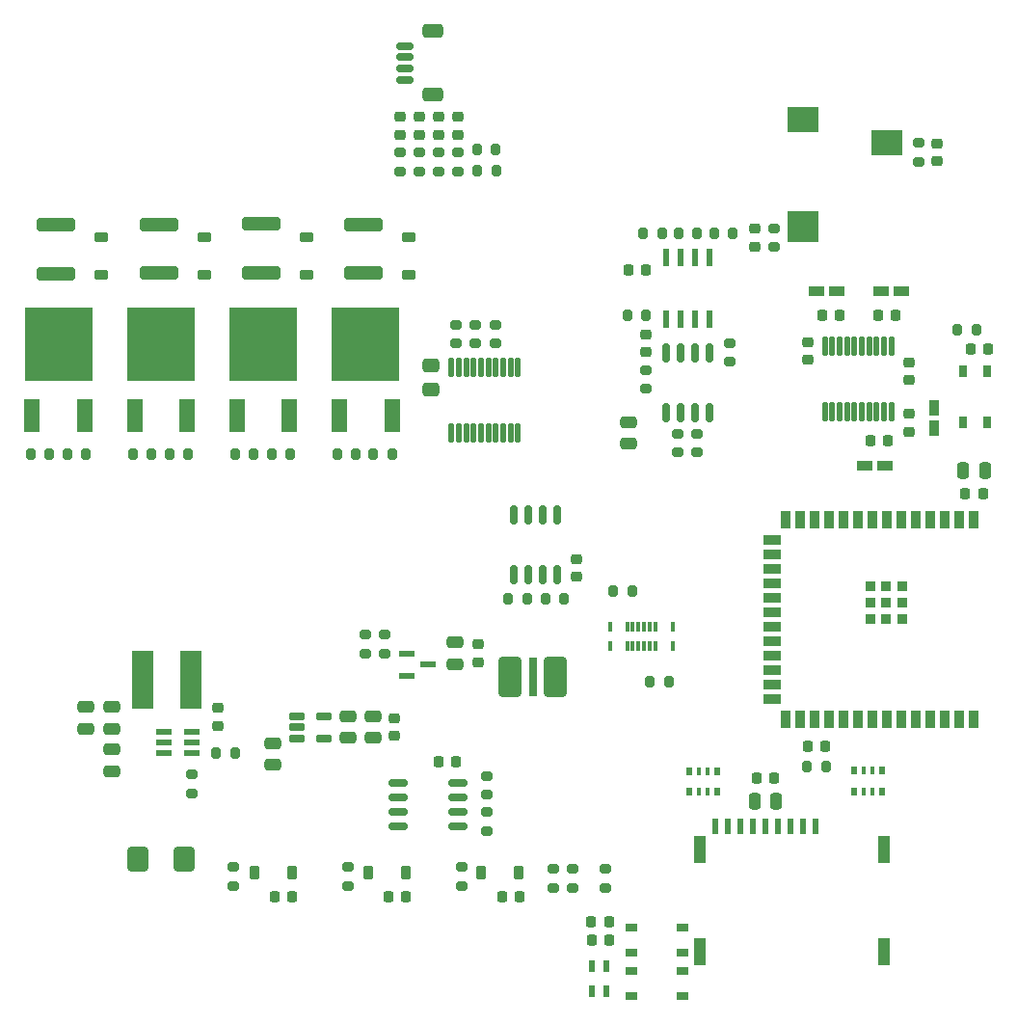
<source format=gtp>
G04 #@! TF.GenerationSoftware,KiCad,Pcbnew,8.0.4*
G04 #@! TF.CreationDate,2024-08-16T00:10:32-05:00*
G04 #@! TF.ProjectId,Codex43,436f6465-7834-4332-9e6b-696361645f70,rev?*
G04 #@! TF.SameCoordinates,Original*
G04 #@! TF.FileFunction,Paste,Top*
G04 #@! TF.FilePolarity,Positive*
%FSLAX46Y46*%
G04 Gerber Fmt 4.6, Leading zero omitted, Abs format (unit mm)*
G04 Created by KiCad (PCBNEW 8.0.4) date 2024-08-16 00:10:32*
%MOMM*%
%LPD*%
G01*
G04 APERTURE LIST*
G04 Aperture macros list*
%AMRoundRect*
0 Rectangle with rounded corners*
0 $1 Rounding radius*
0 $2 $3 $4 $5 $6 $7 $8 $9 X,Y pos of 4 corners*
0 Add a 4 corners polygon primitive as box body*
4,1,4,$2,$3,$4,$5,$6,$7,$8,$9,$2,$3,0*
0 Add four circle primitives for the rounded corners*
1,1,$1+$1,$2,$3*
1,1,$1+$1,$4,$5*
1,1,$1+$1,$6,$7*
1,1,$1+$1,$8,$9*
0 Add four rect primitives between the rounded corners*
20,1,$1+$1,$2,$3,$4,$5,0*
20,1,$1+$1,$4,$5,$6,$7,0*
20,1,$1+$1,$6,$7,$8,$9,0*
20,1,$1+$1,$8,$9,$2,$3,0*%
G04 Aperture macros list end*
%ADD10R,1.900000X5.100000*%
%ADD11R,1.340000X0.590000*%
%ADD12RoundRect,0.200000X-0.275000X0.200000X-0.275000X-0.200000X0.275000X-0.200000X0.275000X0.200000X0*%
%ADD13RoundRect,0.200000X0.200000X0.275000X-0.200000X0.275000X-0.200000X-0.275000X0.200000X-0.275000X0*%
%ADD14RoundRect,0.250000X-0.475000X0.250000X-0.475000X-0.250000X0.475000X-0.250000X0.475000X0.250000X0*%
%ADD15RoundRect,0.225000X0.250000X-0.225000X0.250000X0.225000X-0.250000X0.225000X-0.250000X-0.225000X0*%
%ADD16RoundRect,0.250000X0.475000X-0.250000X0.475000X0.250000X-0.475000X0.250000X-0.475000X-0.250000X0*%
%ADD17RoundRect,0.250000X1.450000X-0.312500X1.450000X0.312500X-1.450000X0.312500X-1.450000X-0.312500X0*%
%ADD18R,1.400000X3.000000*%
%ADD19R,6.000000X6.500000*%
%ADD20RoundRect,0.225000X-0.225000X-0.250000X0.225000X-0.250000X0.225000X0.250000X-0.225000X0.250000X0*%
%ADD21RoundRect,0.250000X0.250000X0.475000X-0.250000X0.475000X-0.250000X-0.475000X0.250000X-0.475000X0*%
%ADD22RoundRect,0.218750X-0.256250X0.218750X-0.256250X-0.218750X0.256250X-0.218750X0.256250X0.218750X0*%
%ADD23RoundRect,0.225000X0.225000X0.250000X-0.225000X0.250000X-0.225000X-0.250000X0.225000X-0.250000X0*%
%ADD24RoundRect,0.218750X0.218750X0.256250X-0.218750X0.256250X-0.218750X-0.256250X0.218750X-0.256250X0*%
%ADD25RoundRect,0.225000X-0.375000X0.225000X-0.375000X-0.225000X0.375000X-0.225000X0.375000X0.225000X0*%
%ADD26RoundRect,0.200000X-0.200000X-0.275000X0.200000X-0.275000X0.200000X0.275000X-0.200000X0.275000X0*%
%ADD27R,1.000000X0.700000*%
%ADD28R,0.600000X1.000000*%
%ADD29R,0.950000X1.450000*%
%ADD30RoundRect,0.200000X0.275000X-0.200000X0.275000X0.200000X-0.275000X0.200000X-0.275000X-0.200000X0*%
%ADD31RoundRect,0.250000X0.750000X1.500000X-0.750000X1.500000X-0.750000X-1.500000X0.750000X-1.500000X0*%
%ADD32R,0.800000X3.400000*%
%ADD33RoundRect,0.150000X0.150000X-0.675000X0.150000X0.675000X-0.150000X0.675000X-0.150000X-0.675000X0*%
%ADD34RoundRect,0.150000X-0.625000X0.150000X-0.625000X-0.150000X0.625000X-0.150000X0.625000X0.150000X0*%
%ADD35RoundRect,0.250000X-0.650000X0.350000X-0.650000X-0.350000X0.650000X-0.350000X0.650000X0.350000X0*%
%ADD36R,1.320800X0.558800*%
%ADD37RoundRect,0.045000X-0.630000X-0.255000X0.630000X-0.255000X0.630000X0.255000X-0.630000X0.255000X0*%
%ADD38RoundRect,0.225000X-0.250000X0.225000X-0.250000X-0.225000X0.250000X-0.225000X0.250000X0.225000X0*%
%ADD39R,0.600000X1.550000*%
%ADD40R,0.300000X0.870000*%
%ADD41R,1.450000X0.950000*%
%ADD42R,0.700000X1.000000*%
%ADD43R,0.620000X1.400000*%
%ADD44R,1.100000X2.400000*%
%ADD45RoundRect,0.150000X-0.150000X0.675000X-0.150000X-0.675000X0.150000X-0.675000X0.150000X0.675000X0*%
%ADD46RoundRect,0.225000X-0.225000X-0.375000X0.225000X-0.375000X0.225000X0.375000X-0.225000X0.375000X0*%
%ADD47R,2.800000X2.200000*%
%ADD48R,2.800000X2.800000*%
%ADD49RoundRect,0.020500X0.184500X-0.764500X0.184500X0.764500X-0.184500X0.764500X-0.184500X-0.764500X0*%
%ADD50RoundRect,0.250000X-0.475000X0.337500X-0.475000X-0.337500X0.475000X-0.337500X0.475000X0.337500X0*%
%ADD51R,0.500000X0.800000*%
%ADD52R,0.400000X0.800000*%
%ADD53RoundRect,0.020500X-0.184500X0.764500X-0.184500X-0.764500X0.184500X-0.764500X0.184500X0.764500X0*%
%ADD54R,0.900000X1.500000*%
%ADD55R,1.500000X0.900000*%
%ADD56R,0.900000X0.900000*%
%ADD57RoundRect,0.247222X-0.642778X-0.832778X0.642778X-0.832778X0.642778X0.832778X-0.642778X0.832778X0*%
%ADD58RoundRect,0.250000X-0.250000X-0.475000X0.250000X-0.475000X0.250000X0.475000X-0.250000X0.475000X0*%
%ADD59RoundRect,0.150000X-0.675000X-0.150000X0.675000X-0.150000X0.675000X0.150000X-0.675000X0.150000X0*%
G04 APERTURE END LIST*
D10*
X65700000Y-108125000D03*
X69900000Y-108125000D03*
D11*
X69980000Y-112725000D03*
X69980000Y-113675000D03*
X69980000Y-114625000D03*
X67600000Y-114625000D03*
X67600000Y-113675000D03*
X67600000Y-112725000D03*
D12*
X70000000Y-118125000D03*
X70000000Y-116475000D03*
D13*
X72175000Y-114625000D03*
X73825000Y-114625000D03*
D14*
X60700000Y-112475000D03*
X60700000Y-110575000D03*
X63000000Y-112475000D03*
X63000000Y-110575000D03*
D15*
X72300000Y-110650000D03*
X72300000Y-112200000D03*
D16*
X63000000Y-114275000D03*
X63000000Y-116175000D03*
D17*
X85100000Y-72467500D03*
X85100000Y-68192500D03*
X76100000Y-72430000D03*
X76100000Y-68155000D03*
X67100000Y-72467500D03*
X67100000Y-68192500D03*
X58100000Y-72505000D03*
X58100000Y-68230000D03*
D18*
X83000000Y-84980000D03*
X87600000Y-84980000D03*
D19*
X85300000Y-78730000D03*
D18*
X74000000Y-84980000D03*
X78600000Y-84980000D03*
D19*
X76300000Y-78730000D03*
D18*
X65000000Y-84980000D03*
X69600000Y-84980000D03*
D19*
X67300000Y-78730000D03*
D18*
X56000000Y-84980000D03*
X60600000Y-84980000D03*
D19*
X58300000Y-78730000D03*
D20*
X137945000Y-91800000D03*
X139495000Y-91800000D03*
D15*
X133025000Y-86375000D03*
X133025000Y-84825000D03*
D14*
X83700000Y-111350000D03*
X83700000Y-113250000D03*
D21*
X121350000Y-118800000D03*
X119450000Y-118800000D03*
D13*
X117525000Y-69000000D03*
X115875000Y-69000000D03*
D20*
X130275000Y-76125000D03*
X131825000Y-76125000D03*
D22*
X90000000Y-58712500D03*
X90000000Y-60287500D03*
D23*
X93250000Y-115400000D03*
X91700000Y-115400000D03*
D24*
X88837500Y-127250000D03*
X87262500Y-127250000D03*
D25*
X62100000Y-69280000D03*
X62100000Y-72580000D03*
D13*
X66500000Y-88330000D03*
X64850000Y-88330000D03*
D15*
X133000000Y-81850000D03*
X133000000Y-80300000D03*
D12*
X101800000Y-124775000D03*
X101800000Y-126425000D03*
D26*
X95075000Y-61600000D03*
X96725000Y-61600000D03*
D27*
X108600000Y-133750000D03*
X113100000Y-133750000D03*
X108600000Y-135900000D03*
X113100000Y-135900000D03*
D28*
X105150000Y-135525000D03*
X106450000Y-135525000D03*
X106450000Y-133325000D03*
X105150000Y-133325000D03*
D29*
X135250000Y-84300000D03*
X135250000Y-86100000D03*
D26*
X97825000Y-101050000D03*
X99475000Y-101050000D03*
D30*
X90000000Y-63525000D03*
X90000000Y-61875000D03*
D31*
X101975000Y-107950000D03*
D32*
X99950000Y-107950000D03*
D31*
X97925000Y-107950000D03*
D25*
X71100000Y-69280000D03*
X71100000Y-72580000D03*
D26*
X68050000Y-88330000D03*
X69700000Y-88330000D03*
D20*
X138425000Y-79150000D03*
X139975000Y-79150000D03*
D30*
X103500000Y-126425000D03*
X103500000Y-124775000D03*
X88300000Y-63525000D03*
X88300000Y-61875000D03*
D14*
X85900000Y-111350000D03*
X85900000Y-113250000D03*
X108350000Y-85550000D03*
X108350000Y-87450000D03*
X77100000Y-113750000D03*
X77100000Y-115650000D03*
D33*
X111695000Y-84725000D03*
X112965000Y-84725000D03*
X114235000Y-84725000D03*
X115505000Y-84725000D03*
X115505000Y-79475000D03*
X114235000Y-79475000D03*
X112965000Y-79475000D03*
X111695000Y-79475000D03*
D30*
X109900000Y-82625000D03*
X109900000Y-80975000D03*
D34*
X88700000Y-52500000D03*
X88700000Y-53500000D03*
X88700000Y-54500000D03*
X88700000Y-55500000D03*
D35*
X91225000Y-51200000D03*
X91225000Y-56800000D03*
D26*
X124075000Y-115825000D03*
X125725000Y-115825000D03*
D13*
X108675000Y-100400000D03*
X107025000Y-100400000D03*
D23*
X125675000Y-114000000D03*
X124125000Y-114000000D03*
D26*
X85975000Y-88330000D03*
X87625000Y-88330000D03*
D24*
X106687500Y-129450000D03*
X105112500Y-129450000D03*
D36*
X88913700Y-105897500D03*
X88913700Y-107802500D03*
X90793300Y-106850000D03*
D37*
X79230000Y-111400000D03*
X79230000Y-112350000D03*
X79230000Y-113300000D03*
X81600000Y-113300000D03*
X81600000Y-111400000D03*
D30*
X133850000Y-62675000D03*
X133850000Y-61025000D03*
D24*
X78837500Y-127250000D03*
X77262500Y-127250000D03*
D38*
X109900000Y-77825000D03*
X109900000Y-79375000D03*
D20*
X129625000Y-87200000D03*
X131175000Y-87200000D03*
D30*
X93400000Y-63525000D03*
X93400000Y-61875000D03*
D13*
X57525000Y-88330000D03*
X55875000Y-88330000D03*
D27*
X108600000Y-129950000D03*
X113100000Y-129950000D03*
X108600000Y-132100000D03*
X113100000Y-132100000D03*
D12*
X73700000Y-124625000D03*
X73700000Y-126275000D03*
D23*
X121175000Y-116800000D03*
X119625000Y-116800000D03*
D30*
X94950000Y-78625000D03*
X94950000Y-76975000D03*
D39*
X111700000Y-76500000D03*
X112970000Y-76500000D03*
X114240000Y-76500000D03*
X115510000Y-76500000D03*
X115510000Y-71100000D03*
X114240000Y-71100000D03*
X112955000Y-71100000D03*
X111700000Y-71100000D03*
D38*
X87800000Y-111525000D03*
X87800000Y-113075000D03*
D30*
X93250000Y-78625000D03*
X93250000Y-76975000D03*
D40*
X106750000Y-103489664D03*
X108250000Y-103489664D03*
X108750000Y-103489664D03*
X109250000Y-103489664D03*
X109750000Y-103489664D03*
X110250000Y-103489664D03*
X110750000Y-103489664D03*
X112250000Y-103489664D03*
X112250000Y-105219664D03*
X110750000Y-105219664D03*
X110250000Y-105219664D03*
X109750000Y-105219664D03*
X109250000Y-105219664D03*
X108750000Y-105219664D03*
X108250000Y-105219664D03*
X106750000Y-105219664D03*
D24*
X98837500Y-127250000D03*
X97262500Y-127250000D03*
D12*
X117300000Y-78575000D03*
X117300000Y-80225000D03*
D13*
X109925000Y-76200000D03*
X108275000Y-76200000D03*
D41*
X129100000Y-89400000D03*
X130900000Y-89400000D03*
D12*
X83750000Y-124625000D03*
X83750000Y-126275000D03*
D23*
X109900000Y-72200000D03*
X108350000Y-72200000D03*
D42*
X139875000Y-81050000D03*
X139875000Y-85550000D03*
X137725000Y-81050000D03*
X137725000Y-85550000D03*
D12*
X114400000Y-86575000D03*
X114400000Y-88225000D03*
D13*
X114425000Y-69000000D03*
X112775000Y-69000000D03*
D26*
X77025000Y-88330000D03*
X78675000Y-88330000D03*
D22*
X93400000Y-58712500D03*
X93400000Y-60287500D03*
D20*
X105125000Y-131050000D03*
X106675000Y-131050000D03*
D43*
X124830000Y-121030000D03*
X123730000Y-121030000D03*
X122630000Y-121030000D03*
X121530000Y-121030000D03*
X120430000Y-121030000D03*
X119330000Y-121030000D03*
X118230000Y-121030000D03*
X117130000Y-121030000D03*
X116030000Y-121030000D03*
D44*
X114650000Y-132030000D03*
X114650000Y-123030000D03*
X130800000Y-123030000D03*
X130800000Y-132030000D03*
D45*
X102105000Y-93675000D03*
X100835000Y-93675000D03*
X99565000Y-93675000D03*
X98295000Y-93675000D03*
X98295000Y-98925000D03*
X99565000Y-98925000D03*
X100835000Y-98925000D03*
X102105000Y-98925000D03*
D46*
X95450000Y-125100000D03*
X98750000Y-125100000D03*
D41*
X126650000Y-74025000D03*
X124850000Y-74025000D03*
D12*
X112700000Y-86575000D03*
X112700000Y-88225000D03*
D26*
X59075000Y-88330000D03*
X60725000Y-88330000D03*
D25*
X89100000Y-69280000D03*
X89100000Y-72580000D03*
D41*
X132350000Y-74025000D03*
X130550000Y-74025000D03*
D47*
X123700000Y-59000000D03*
D48*
X123700000Y-68400000D03*
D47*
X131100000Y-61000000D03*
D38*
X135500000Y-61075000D03*
X135500000Y-62625000D03*
D15*
X95125000Y-106600000D03*
X95125000Y-105050000D03*
D20*
X125375000Y-76175000D03*
X126925000Y-76175000D03*
D30*
X86925000Y-105875000D03*
X86925000Y-104225000D03*
D13*
X84425000Y-88330000D03*
X82775000Y-88330000D03*
X111300000Y-69000000D03*
X109650000Y-69000000D03*
D26*
X101075000Y-101050000D03*
X102725000Y-101050000D03*
D49*
X92825000Y-86470000D03*
X93475000Y-86470000D03*
X94125000Y-86470000D03*
X94775000Y-86470000D03*
X95425000Y-86470000D03*
X96075000Y-86470000D03*
X96725000Y-86470000D03*
X97375000Y-86470000D03*
X98025000Y-86470000D03*
X98675000Y-86470000D03*
X98675000Y-80730000D03*
X98025000Y-80730000D03*
X97375000Y-80730000D03*
X96725000Y-80730000D03*
X96075000Y-80730000D03*
X95425000Y-80730000D03*
X94775000Y-80730000D03*
X94125000Y-80730000D03*
X93475000Y-80730000D03*
X92825000Y-80730000D03*
D30*
X91700000Y-63525000D03*
X91700000Y-61875000D03*
D50*
X91000000Y-80575000D03*
X91000000Y-82650000D03*
D12*
X85225000Y-104225000D03*
X85225000Y-105875000D03*
D25*
X80100000Y-69280000D03*
X80100000Y-72580000D03*
D51*
X116150000Y-116200000D03*
D52*
X115350000Y-116200000D03*
X114550000Y-116200000D03*
D51*
X113750000Y-116200000D03*
X113750000Y-118000000D03*
D52*
X114550000Y-118000000D03*
X115350000Y-118000000D03*
D51*
X116150000Y-118000000D03*
D13*
X75475000Y-88330000D03*
X73825000Y-88330000D03*
D30*
X96650000Y-78625000D03*
X96650000Y-76975000D03*
X95950000Y-118275000D03*
X95950000Y-116625000D03*
D13*
X138900000Y-77400000D03*
X137250000Y-77400000D03*
D51*
X130600000Y-116150000D03*
D52*
X129800000Y-116150000D03*
X129000000Y-116150000D03*
D51*
X128200000Y-116150000D03*
X128200000Y-117950000D03*
D52*
X129000000Y-117950000D03*
X129800000Y-117950000D03*
D51*
X130600000Y-117950000D03*
D12*
X93700000Y-124625000D03*
X93700000Y-126275000D03*
D16*
X93125000Y-106800000D03*
X93125000Y-104900000D03*
D46*
X85500000Y-125100000D03*
X88800000Y-125100000D03*
D53*
X131475000Y-78885000D03*
X130825000Y-78885000D03*
X130175000Y-78885000D03*
X129525000Y-78885000D03*
X128875000Y-78885000D03*
X128225000Y-78885000D03*
X127575000Y-78885000D03*
X126925000Y-78885000D03*
X126275000Y-78885000D03*
X125625000Y-78885000D03*
X125625000Y-84625000D03*
X126275000Y-84625000D03*
X126925000Y-84625000D03*
X127575000Y-84625000D03*
X128225000Y-84625000D03*
X128875000Y-84625000D03*
X129525000Y-84625000D03*
X130175000Y-84625000D03*
X130825000Y-84625000D03*
X131475000Y-84625000D03*
D46*
X75500000Y-125100000D03*
X78800000Y-125100000D03*
D26*
X110275000Y-108350000D03*
X111925000Y-108350000D03*
X95100000Y-63450000D03*
X96750000Y-63450000D03*
D15*
X124150000Y-80075000D03*
X124150000Y-78525000D03*
D22*
X91700000Y-58725000D03*
X91700000Y-60300000D03*
X88300000Y-58712500D03*
X88300000Y-60287500D03*
D30*
X121200000Y-70175000D03*
X121200000Y-68525000D03*
D54*
X138720000Y-94145000D03*
X137450000Y-94145000D03*
X136180000Y-94145000D03*
X134910000Y-94145000D03*
X133640000Y-94145000D03*
X132370000Y-94145000D03*
X131100000Y-94145000D03*
X129830000Y-94145000D03*
X128560000Y-94145000D03*
X127290000Y-94145000D03*
X126020000Y-94145000D03*
X124750000Y-94145000D03*
X123480000Y-94145000D03*
X122210000Y-94145000D03*
D55*
X120960000Y-95910000D03*
X120960000Y-97180000D03*
X120960000Y-98450000D03*
X120960000Y-99720000D03*
X120960000Y-100990000D03*
X120960000Y-102260000D03*
X120960000Y-103530000D03*
X120960000Y-104800000D03*
X120960000Y-106070000D03*
X120960000Y-107340000D03*
X120960000Y-108610000D03*
X120960000Y-109880000D03*
D54*
X122210000Y-111645000D03*
X123480000Y-111645000D03*
X124750000Y-111645000D03*
X126020000Y-111645000D03*
X127290000Y-111645000D03*
X128560000Y-111645000D03*
X129830000Y-111645000D03*
X131100000Y-111645000D03*
X132370000Y-111645000D03*
X133640000Y-111645000D03*
X134910000Y-111645000D03*
X136180000Y-111645000D03*
X137450000Y-111645000D03*
X138720000Y-111645000D03*
D56*
X132400000Y-99995000D03*
X132400000Y-101395000D03*
X132400000Y-102795000D03*
X131000000Y-99995000D03*
X131000000Y-101395000D03*
X131000000Y-102795000D03*
X129600000Y-99995000D03*
X129600000Y-101395000D03*
X129600000Y-102795000D03*
D15*
X103800000Y-99100000D03*
X103800000Y-97550000D03*
D57*
X65275000Y-123935000D03*
X69325000Y-123875000D03*
D12*
X95950000Y-119800000D03*
X95950000Y-121450000D03*
D30*
X106300000Y-126425000D03*
X106300000Y-124775000D03*
D38*
X119500000Y-68575000D03*
X119500000Y-70125000D03*
D58*
X137770000Y-89800000D03*
X139670000Y-89800000D03*
D59*
X88125000Y-117195000D03*
X88125000Y-118465000D03*
X88125000Y-119735000D03*
X88125000Y-121005000D03*
X93375000Y-121005000D03*
X93375000Y-119735000D03*
X93375000Y-118465000D03*
X93375000Y-117195000D03*
M02*

</source>
